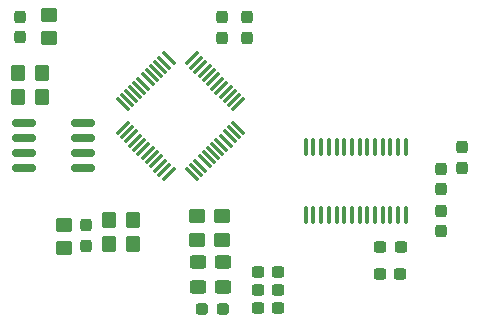
<source format=gbr>
%TF.GenerationSoftware,KiCad,Pcbnew,8.0.2*%
%TF.CreationDate,2025-05-18T09:32:28+07:00*%
%TF.ProjectId,hokushime-db9-to-rs232,686f6b75-7368-4696-9d65-2d6462392d74,rev?*%
%TF.SameCoordinates,Original*%
%TF.FileFunction,Paste,Top*%
%TF.FilePolarity,Positive*%
%FSLAX46Y46*%
G04 Gerber Fmt 4.6, Leading zero omitted, Abs format (unit mm)*
G04 Created by KiCad (PCBNEW 8.0.2) date 2025-05-18 09:32:28*
%MOMM*%
%LPD*%
G01*
G04 APERTURE LIST*
G04 Aperture macros list*
%AMRoundRect*
0 Rectangle with rounded corners*
0 $1 Rounding radius*
0 $2 $3 $4 $5 $6 $7 $8 $9 X,Y pos of 4 corners*
0 Add a 4 corners polygon primitive as box body*
4,1,4,$2,$3,$4,$5,$6,$7,$8,$9,$2,$3,0*
0 Add four circle primitives for the rounded corners*
1,1,$1+$1,$2,$3*
1,1,$1+$1,$4,$5*
1,1,$1+$1,$6,$7*
1,1,$1+$1,$8,$9*
0 Add four rect primitives between the rounded corners*
20,1,$1+$1,$2,$3,$4,$5,0*
20,1,$1+$1,$4,$5,$6,$7,0*
20,1,$1+$1,$6,$7,$8,$9,0*
20,1,$1+$1,$8,$9,$2,$3,0*%
G04 Aperture macros list end*
%ADD10RoundRect,0.250000X-0.450000X0.325000X-0.450000X-0.325000X0.450000X-0.325000X0.450000X0.325000X0*%
%ADD11RoundRect,0.237500X0.237500X-0.300000X0.237500X0.300000X-0.237500X0.300000X-0.237500X-0.300000X0*%
%ADD12RoundRect,0.250000X-0.350000X-0.450000X0.350000X-0.450000X0.350000X0.450000X-0.350000X0.450000X0*%
%ADD13RoundRect,0.250000X-0.450000X0.350000X-0.450000X-0.350000X0.450000X-0.350000X0.450000X0.350000X0*%
%ADD14RoundRect,0.237500X0.300000X0.237500X-0.300000X0.237500X-0.300000X-0.237500X0.300000X-0.237500X0*%
%ADD15RoundRect,0.100000X-0.100000X0.637500X-0.100000X-0.637500X0.100000X-0.637500X0.100000X0.637500X0*%
%ADD16RoundRect,0.250000X0.450000X-0.350000X0.450000X0.350000X-0.450000X0.350000X-0.450000X-0.350000X0*%
%ADD17RoundRect,0.237500X-0.300000X-0.237500X0.300000X-0.237500X0.300000X0.237500X-0.300000X0.237500X0*%
%ADD18RoundRect,0.150000X0.825000X0.150000X-0.825000X0.150000X-0.825000X-0.150000X0.825000X-0.150000X0*%
%ADD19RoundRect,0.237500X-0.287500X-0.237500X0.287500X-0.237500X0.287500X0.237500X-0.287500X0.237500X0*%
%ADD20RoundRect,0.237500X-0.237500X0.300000X-0.237500X-0.300000X0.237500X-0.300000X0.237500X0.300000X0*%
%ADD21RoundRect,0.075000X-0.415425X-0.521491X0.521491X0.415425X0.415425X0.521491X-0.521491X-0.415425X0*%
%ADD22RoundRect,0.075000X0.415425X-0.521491X0.521491X-0.415425X-0.415425X0.521491X-0.521491X0.415425X0*%
G04 APERTURE END LIST*
D10*
%TO.C,D2*%
X147475001Y-101350002D03*
X147474999Y-103399998D03*
%TD*%
D11*
%TO.C,C9*%
X168025000Y-95137500D03*
X168025000Y-93412500D03*
%TD*%
%TO.C,C6*%
X168025000Y-98687500D03*
X168025000Y-96962500D03*
%TD*%
D12*
%TO.C,R1*%
X132275000Y-85325000D03*
X134275000Y-85325000D03*
%TD*%
D13*
%TO.C,R5*%
X134875000Y-80375000D03*
X134875000Y-82375000D03*
%TD*%
D14*
%TO.C,C10*%
X154237502Y-102124998D03*
X152512502Y-102124998D03*
%TD*%
D15*
%TO.C,IC1*%
X165049998Y-91612499D03*
X164400000Y-91612500D03*
X163750000Y-91612501D03*
X163100000Y-91612500D03*
X162450000Y-91612500D03*
X161799998Y-91612504D03*
X161149999Y-91612501D03*
X160500001Y-91612501D03*
X159850000Y-91612500D03*
X159200001Y-91612500D03*
X158549999Y-91612501D03*
X157900001Y-91612496D03*
X157250000Y-91612500D03*
X156600000Y-91612500D03*
X156600002Y-97337501D03*
X157250000Y-97337500D03*
X157900000Y-97337499D03*
X158550000Y-97337500D03*
X159200000Y-97337500D03*
X159850002Y-97337496D03*
X160500001Y-97337499D03*
X161149999Y-97337499D03*
X161800000Y-97337500D03*
X162449999Y-97337500D03*
X163100001Y-97337499D03*
X163749999Y-97337504D03*
X164400000Y-97337500D03*
X165050000Y-97337500D03*
%TD*%
D16*
%TO.C,R8*%
X147425000Y-99425000D03*
X147425000Y-97425000D03*
%TD*%
D17*
%TO.C,C11*%
X152512498Y-103675001D03*
X154237498Y-103675001D03*
%TD*%
D12*
%TO.C,R3*%
X139975000Y-97725000D03*
X141975000Y-97725000D03*
%TD*%
%TO.C,R2*%
X132275000Y-87325000D03*
X134275000Y-87325000D03*
%TD*%
D11*
%TO.C,C4*%
X132425000Y-82287500D03*
X132425000Y-80562500D03*
%TD*%
D18*
%TO.C,U3*%
X137699998Y-93380002D03*
X137700000Y-92110000D03*
X137700000Y-90840000D03*
X137700000Y-89569999D03*
X132750002Y-89569998D03*
X132750000Y-90840000D03*
X132750000Y-92110000D03*
X132750000Y-93380001D03*
%TD*%
D11*
%TO.C,C5*%
X138025000Y-99937500D03*
X138025000Y-98212500D03*
%TD*%
D19*
%TO.C,FB1*%
X147800000Y-105275000D03*
X149550000Y-105275000D03*
%TD*%
D13*
%TO.C,R6*%
X136125000Y-98175000D03*
X136125000Y-100175000D03*
%TD*%
D12*
%TO.C,R4*%
X139975000Y-99825000D03*
X141975000Y-99825000D03*
%TD*%
D14*
%TO.C,C12*%
X154237500Y-105225003D03*
X152512500Y-105225003D03*
%TD*%
D20*
%TO.C,C8*%
X169825000Y-91612500D03*
X169825000Y-93337500D03*
%TD*%
D11*
%TO.C,C1*%
X151625000Y-82337500D03*
X151625000Y-80612500D03*
%TD*%
D14*
%TO.C,C7*%
X164637500Y-100025000D03*
X162912500Y-100025000D03*
%TD*%
D10*
%TO.C,D1*%
X149625001Y-101350002D03*
X149624999Y-103399998D03*
%TD*%
D21*
%TO.C,U1*%
X141087124Y-89973789D03*
X141440679Y-90327343D03*
X141794232Y-90680899D03*
X142147785Y-91034446D03*
X142501338Y-91388002D03*
X142854894Y-91741558D03*
X143208443Y-92095108D03*
X143561998Y-92448662D03*
X143915553Y-92802214D03*
X144269106Y-93155768D03*
X144622660Y-93509321D03*
X144976211Y-93862876D03*
D22*
X146973789Y-93862876D03*
X147327343Y-93509321D03*
X147680899Y-93155768D03*
X148034446Y-92802215D03*
X148388002Y-92448662D03*
X148741558Y-92095106D03*
X149095108Y-91741557D03*
X149448662Y-91388002D03*
X149802214Y-91034447D03*
X150155768Y-90680894D03*
X150509321Y-90327340D03*
X150862876Y-89973789D03*
D21*
X150862876Y-87976211D03*
X150509321Y-87622657D03*
X150155768Y-87269101D03*
X149802215Y-86915554D03*
X149448662Y-86561998D03*
X149095106Y-86208442D03*
X148741557Y-85854892D03*
X148388002Y-85501338D03*
X148034447Y-85147786D03*
X147680894Y-84794232D03*
X147327340Y-84440679D03*
X146973789Y-84087124D03*
D22*
X144976211Y-84087124D03*
X144622657Y-84440679D03*
X144269101Y-84794232D03*
X143915554Y-85147785D03*
X143561998Y-85501338D03*
X143208442Y-85854894D03*
X142854892Y-86208443D03*
X142501338Y-86561998D03*
X142147786Y-86915553D03*
X141794232Y-87269106D03*
X141440679Y-87622660D03*
X141087124Y-87976211D03*
%TD*%
D16*
%TO.C,R7*%
X149475000Y-99425000D03*
X149475000Y-97425000D03*
%TD*%
D14*
%TO.C,C2*%
X164587500Y-102375000D03*
X162862500Y-102375000D03*
%TD*%
D11*
%TO.C,C3*%
X149525000Y-82337500D03*
X149525000Y-80612500D03*
%TD*%
M02*

</source>
